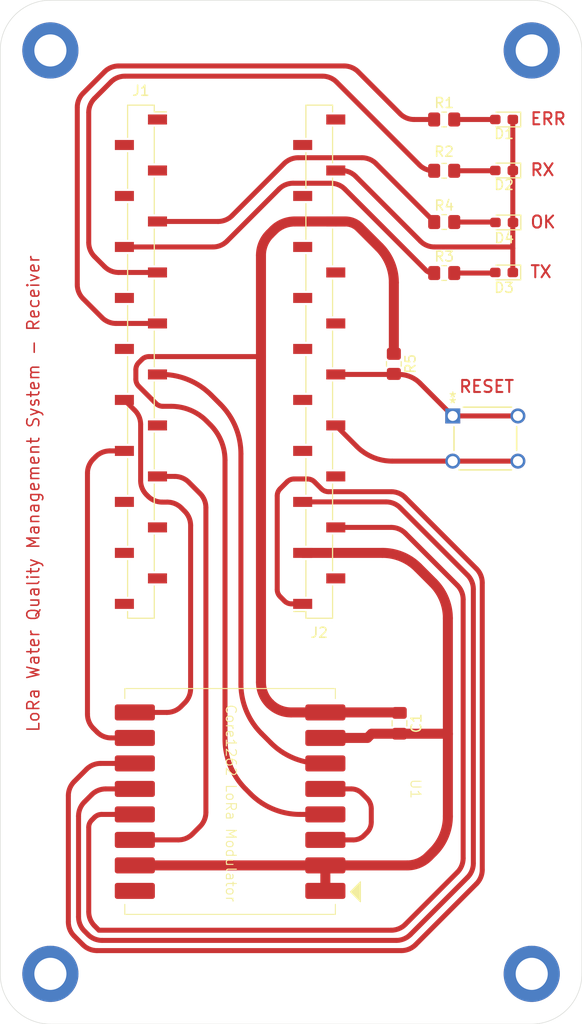
<source format=kicad_pcb>
(kicad_pcb (version 20241229) (generator "pcbnew") (generator_version "9.0")
  (layers (0 "F.Cu" signal) (2 "B.Cu" signal) (13 "F.Paste" user) (15 "B.Paste" user) (5 "F.SilkS" user "F.Silkscreen") (7 "B.SilkS" user "B.Silkscreen") (1 "F.Mask" user) (3 "B.Mask" user) (25 "Edge.Cuts" user))
  (net 0 "")
  (net 1 "+3V3")
  (net 2 "GND")
  (net 3 "Net-(D1-A)")
  (net 4 "Net-(D2-A)")
  (net 5 "Net-(D3-A)")
  (net 6 "Net-(D4-A)")
  (net 10 "/LoRa_IRQ")
  (net 11 "/ERR_LED")
  (net 12 "/RX_LED")
  (net 15 "/LoRa_~{RESET}")
  (net 20 "/STATUS_LED")
  (net 21 "/LoRa_BUSY")
  (net 23 "/TX_LED")
  (net 24 "/LoRa_CS")
  (net 27 "/SPI_SCK_{0}")
  (net 31 "/SPI_MISO_{0}")
  (net 32 "Net-(J2-Pin_10)")
  (net 39 "/SPI_MOSI_{0}")
  (net 41 "Net-(U1-DIO2)")
  (net 45 "GND2")
  (net 46 "GND1")
  (footprint "LED_SMD:LED_0603_1608Metric_Pad1.05x0.95mm_HandSolder" (layer "F.Cu") (at 157.256 66.138 180)
    (property "Reference" "D4" (at 0 -1.553 0) (layer "F.SilkS"))
    (property "Value" "LED")
    (fp_line (start 0.8 -0.735) (end -1.66 -0.735) (stroke (width 0.12)) (layer "F.SilkS"))
    (fp_line (start -1.66 0.735) (end 0.8 0.735) (stroke (width 0.12)) (layer "F.SilkS"))
    (fp_line (start -1.66 -0.735) (end -1.66 0.735) (stroke (width 0.12)) (layer "F.SilkS"))
    (pad "1" smd roundrect (at -0.875 0 180) (size 1.05 0.95) (layers "F.Cu" "F.Mask" "F.Paste") (net 45 "GND2"))
    (pad "2" smd roundrect (at 0.875 0 180) (size 1.05 0.95) (layers "F.Cu" "F.Mask" "F.Paste") (net 6 "Net-(D4-A)"))
  )
  (footprint "MountingHole:MountingHole_3.2mm_M3_DIN965_Pad" (layer "F.Cu") (at 112 49)
    (property "Reference" "REF**" (hide yes))
    (property "Value" "MountingHole_3.2mm_M3_DIN965_Pad" (hide yes))
    (pad "1" thru_hole circle (at 0 0) (size 5.6 5.6) (drill 3.2) (layers "*.Cu" "*.Mask"))
  )
  (footprint "Resistor_SMD:R_0805_2012Metric_Pad1.20x1.40mm_HandSolder" (layer "F.Cu") (at 151.273 71.178)
    (property "Reference" "R3" (at 0 -1.65 0) (layer "F.SilkS"))
    (property "Value" "165R")
    (fp_line (start -0.227064 -0.735) (end 0.227064 -0.735) (stroke (width 0.12)) (layer "F.SilkS"))
    (fp_line (start -0.227064 0.735) (end 0.227064 0.735) (stroke (width 0.12)) (layer "F.SilkS"))
    (pad "1" smd roundrect (at -1 0) (size 1.2 1.4) (layers "F.Cu" "F.Mask" "F.Paste") (roundrect_rratio 0.208333) (net 23 "/TX_LED"))
    (pad "2" smd roundrect (at 1 0) (size 1.2 1.4) (layers "F.Cu" "F.Mask" "F.Paste") (roundrect_rratio 0.208333) (net 5 "Net-(D3-A)"))
  )
  (footprint "LWQMS:SW4_1825910-B_TEC" (layer "F.Cu") (at 158.623 89.916)
    (property "Reference" "SW1" (hide yes))
    (property "Value" "Tactile Pushbutton")
    (fp_line (start -6.3742 -3.417961) (end -6.3742 -1.074702) (stroke (width 0.1524)) (layer "F.SilkS"))
    (fp_line (start -5.86236 0.874199) (end -0.63764 0.874199) (stroke (width 0.1524)) (layer "F.SilkS"))
    (fp_line (start -0.63764 -5.374201) (end -5.442292 -5.374201) (stroke (width 0.1524)) (layer "F.SilkS"))
    (fp_line (start -0.1258 -1.074702) (end -0.1258 -3.425299) (stroke (width 0.1524)) (layer "F.SilkS"))
    (fp_text user "*" (at -6.5 -6.318387 0) (layer "F.SilkS"))
    (fp_text user "*" (at -6.500001 -5.723002 0) (layer "F.SilkS"))
    (pad "1" thru_hole rect (at -6.500001 -4.500001) (size 1.4986 1.4986) (drill 0.9906) (layers "*.Cu" "*.Mask") (net 32 "Net-(J2-Pin_10)"))
    (pad "2" thru_hole circle (at 0 -4.500001) (size 1.4986 1.4986) (drill 0.9906) (layers "*.Cu" "*.Mask") (net 32 "Net-(J2-Pin_10)"))
    (pad "3" thru_hole circle (at -6.500001 0) (size 1.4986 1.4986) (drill 0.9906) (layers "*.Cu" "*.Mask") (net 46 "GND1"))
    (pad "4" thru_hole circle (at 0 0) (size 1.4986 1.4986) (drill 0.9906) (layers "*.Cu" "*.Mask") (net 46 "GND1"))
  )
  (footprint "Connector_PinSocket_2.54mm:PinSocket_1x20_P2.54mm_Vertical_SMD_Pin1Right" (layer "F.Cu") (at 121.03 80.01)
    (property "Reference" "J1" (at 0 -27 0) (layer "F.SilkS"))
    (property "Value" "Conn_01x20")
    (fp_line (start -1.33 -25.56) (end -1.33 -22.35) (stroke (width 0.12)) (layer "F.SilkS"))
    (fp_line (start -1.33 -25.56) (end 1.33 -25.56) (stroke (width 0.12)) (layer "F.SilkS"))
    (fp_line (start -1.33 -20.83) (end -1.33 -17.27) (stroke (width 0.12)) (layer "F.SilkS"))
    (fp_line (start -1.33 -15.75) (end -1.33 -12.19) (stroke (width 0.12)) (layer "F.SilkS"))
    (fp_line (start -1.33 -10.67) (end -1.33 -7.11) (stroke (width 0.12)) (layer "F.SilkS"))
    (fp_line (start -1.33 -5.59) (end -1.33 -2.03) (stroke (width 0.12)) (layer "F.SilkS"))
    (fp_line (start -1.33 -0.51) (end -1.33 3.05) (stroke (width 0.12)) (layer "F.SilkS"))
    (fp_line (start -1.33 4.57) (end -1.33 8.13) (stroke (width 0.12)) (layer "F.SilkS"))
    (fp_line (start -1.33 9.65) (end -1.33 13.21) (stroke (width 0.12)) (layer "F.SilkS"))
    (fp_line (start -1.33 14.73) (end -1.33 18.29) (stroke (width 0.12)) (layer "F.SilkS"))
    (fp_line (start -1.33 19.81) (end -1.33 23.37) (stroke (width 0.12)) (layer "F.SilkS"))
    (fp_line (start -1.33 24.89) (end -1.33 25.56) (stroke (width 0.12)) (layer "F.SilkS"))
    (fp_line (start -1.33 25.56) (end 1.33 25.56) (stroke (width 0.12)) (layer "F.SilkS"))
    (fp_line (start 1.33 -25.56) (end 1.33 -24.89) (stroke (width 0.12)) (layer "F.SilkS"))
    (fp_line (start 1.33 -24.89) (end 2.54 -24.89) (stroke (width 0.12)) (layer "F.SilkS"))
    (fp_line (start 1.33 -23.37) (end 1.33 -19.81) (stroke (width 0.12)) (layer "F.SilkS"))
    (fp_line (start 1.33 -18.29) (end 1.33 -14.73) (stroke (width 0.12)) (layer "F.SilkS"))
    (fp_line (start 1.33 -13.21) (end 1.33 -9.65) (stroke (width 0.12)) (layer "F.SilkS"))
    (fp_line (start 1.33 -8.13) (end 1.33 -4.57) (stroke (width 0.12)) (layer "F.SilkS"))
    (fp_line (start 1.33 -3.05) (end 1.33 0.51) (stroke (width 0.12)) (layer "F.SilkS"))
    (fp_line (start 1.33 2.03) (end 1.33 5.59) (stroke (width 0.12)) (layer "F.SilkS"))
    (fp_line (start 1.33 7.11) (end 1.33 10.67) (stroke (width 0.12)) (layer "F.SilkS"))
    (fp_line (start 1.33 12.19) (end 1.33 15.75) (stroke (width 0.12)) (layer "F.SilkS"))
    (fp_line (start 1.33 17.27) (end 1.33 20.83) (stroke (width 0.12)) (layer "F.SilkS"))
    (fp_line (start 1.33 22.35) (end 1.33 25.56) (stroke (width 0.12)) (layer "F.SilkS"))
    (pad "1" smd rect (at 1.65 -24.13) (size 1.9 1) (layers "F.Cu" "F.Mask" "F.Paste"))
    (pad "2" smd rect (at -1.65 -21.59) (size 1.9 1) (layers "F.Cu" "F.Mask" "F.Paste"))
    (pad "3" smd rect (at 1.65 -19.05) (size 1.9 1) (layers "F.Cu" "F.Mask" "F.Paste"))
    (pad "4" smd rect (at -1.65 -16.51) (size 1.9 1) (layers "F.Cu" "F.Mask" "F.Paste"))
    (pad "5" smd rect (at 1.65 -13.97) (size 1.9 1) (layers "F.Cu" "F.Mask" "F.Paste") (net 20 "/STATUS_LED"))
    (pad "6" smd rect (at -1.65 -11.43) (size 1.9 1) (layers "F.Cu" "F.Mask" "F.Paste") (net 23 "/TX_LED"))
    (pad "7" smd rect (at 1.65 -8.89) (size 1.9 1) (layers "F.Cu" "F.Mask" "F.Paste") (net 12 "/RX_LED"))
    (pad "8" smd rect (at -1.65 -6.35) (size 1.9 1) (layers "F.Cu" "F.Mask" "F.Paste"))
    (pad "9" smd rect (at 1.65 -3.81) (size 1.9 1) (layers "F.Cu" "F.Mask" "F.Paste") (net 11 "/ERR_LED"))
    (pad "10" smd rect (at -1.65 -1.27) (size 1.9 1) (layers "F.Cu" "F.Mask" "F.Paste"))
    (pad "11" smd rect (at 1.65 1.27) (size 1.9 1) (layers "F.Cu" "F.Mask" "F.Paste") (net 10 "/LoRa_IRQ"))
    (pad "12" smd rect (at -1.65 3.81) (size 1.9 1) (layers "F.Cu" "F.Mask" "F.Paste") (net 21 "/LoRa_BUSY"))
    (pad "13" smd rect (at 1.65 6.35) (size 1.9 1) (layers "F.Cu" "F.Mask" "F.Paste"))
    (pad "14" smd rect (at -1.65 8.89) (size 1.9 1) (layers "F.Cu" "F.Mask" "F.Paste") (net 15 "/LoRa_~{RESET}"))
    (pad "15" smd rect (at 1.65 11.43) (size 1.9 1) (layers "F.Cu" "F.Mask" "F.Paste") (net 24 "/LoRa_CS"))
    (pad "16" smd rect (at -1.65 13.97) (size 1.9 1) (layers "F.Cu" "F.Mask" "F.Paste"))
    (pad "17" smd rect (at 1.65 16.51) (size 1.9 1) (layers "F.Cu" "F.Mask" "F.Paste"))
    (pad "18" smd rect (at -1.65 19.05) (size 1.9 1) (layers "F.Cu" "F.Mask" "F.Paste"))
    (pad "19" smd rect (at 1.65 21.59) (size 1.9 1) (layers "F.Cu" "F.Mask" "F.Paste"))
    (pad "20" smd rect (at -1.65 24.13) (size 1.9 1) (layers "F.Cu" "F.Mask" "F.Paste"))
  )
  (footprint "LED_SMD:LED_0603_1608Metric_Pad1.05x0.95mm_HandSolder" (layer "F.Cu") (at 157.24 60.96 180)
    (property "Reference" "D2" (at 0 -1.43 0) (layer "F.SilkS"))
    (property "Value" "LED")
    (fp_line (start 0.8 -0.735) (end -1.66 -0.735) (stroke (width 0.12)) (layer "F.SilkS"))
    (fp_line (start -1.66 0.735) (end 0.8 0.735) (stroke (width 0.12)) (layer "F.SilkS"))
    (fp_line (start -1.66 -0.735) (end -1.66 0.735) (stroke (width 0.12)) (layer "F.SilkS"))
    (pad "1" smd roundrect (at -0.875 0 180) (size 1.05 0.95) (layers "F.Cu" "F.Mask" "F.Paste") (net 45 "GND2"))
    (pad "2" smd roundrect (at 0.875 0 180) (size 1.05 0.95) (layers "F.Cu" "F.Mask" "F.Paste") (net 4 "Net-(D2-A)"))
  )
  (footprint "LED_SMD:LED_0603_1608Metric_Pad1.05x0.95mm_HandSolder" (layer "F.Cu") (at 157.24 71.12 180)
    (property "Reference" "D3" (at 0 -1.524 0) (layer "F.SilkS"))
    (property "Value" "LED")
    (fp_line (start 0.8 -0.735) (end -1.66 -0.735) (stroke (width 0.12)) (layer "F.SilkS"))
    (fp_line (start -1.66 0.735) (end 0.8 0.735) (stroke (width 0.12)) (layer "F.SilkS"))
    (fp_line (start -1.66 -0.735) (end -1.66 0.735) (stroke (width 0.12)) (layer "F.SilkS"))
    (pad "1" smd roundrect (at -0.875 0 180) (size 1.05 0.95) (layers "F.Cu" "F.Mask" "F.Paste") (net 45 "GND2"))
    (pad "2" smd roundrect (at 0.875 0 180) (size 1.05 0.95) (layers "F.Cu" "F.Mask" "F.Paste") (net 5 "Net-(D3-A)"))
  )
  (footprint "MountingHole:MountingHole_3.2mm_M3_DIN965_Pad" (layer "F.Cu") (at 160 141)
    (property "Reference" "REF**" (hide yes))
    (property "Value" "MountingHole_3.2mm_M3_DIN965_Pad" (hide yes))
    (pad "1" thru_hole circle (at 0 0) (size 5.6 5.6) (drill 3.2) (layers "*.Cu" "*.Mask"))
  )
  (footprint "Resistor_SMD:R_0805_2012Metric_Pad1.20x1.40mm_HandSolder" (layer "F.Cu") (at 151.269 55.88)
    (property "Reference" "R1" (at 0 -1.65 0) (layer "F.SilkS"))
    (property "Value" "75R")
    (fp_line (start -0.227064 -0.735) (end 0.227064 -0.735) (stroke (width 0.12)) (layer "F.SilkS"))
    (fp_line (start -0.227064 0.735) (end 0.227064 0.735) (stroke (width 0.12)) (layer "F.SilkS"))
    (pad "1" smd roundrect (at -1 0) (size 1.2 1.4) (layers "F.Cu" "F.Mask" "F.Paste") (roundrect_rratio 0.208333) (net 11 "/ERR_LED"))
    (pad "2" smd roundrect (at 1 0) (size 1.2 1.4) (layers "F.Cu" "F.Mask" "F.Paste") (roundrect_rratio 0.208333) (net 3 "Net-(D1-A)"))
  )
  (footprint "MountingHole:MountingHole_3.2mm_M3_DIN965_Pad" (layer "F.Cu") (at 160 49)
    (property "Reference" "REF**" (hide yes))
    (property "Value" "MountingHole_3.2mm_M3_DIN965_Pad" (hide yes))
    (pad "1" thru_hole circle (at 0 0) (size 5.6 5.6) (drill 3.2) (layers "*.Cu" "*.Mask"))
  )
  (footprint "Connector_PinSocket_2.54mm:PinSocket_1x20_P2.54mm_Vertical_SMD_Pin1Right" (layer "F.Cu") (at 138.81 80.01 180)
    (property "Reference" "J2" (at 0 -27 0) (layer "F.SilkS"))
    (property "Value" "Conn_01x20")
    (fp_line (start 1.33 22.35) (end 1.33 25.56) (stroke (width 0.12)) (layer "F.SilkS"))
    (fp_line (start 1.33 17.27) (end 1.33 20.83) (stroke (width 0.12)) (layer "F.SilkS"))
    (fp_line (start 1.33 12.19) (end 1.33 15.75) (stroke (width 0.12)) (layer "F.SilkS"))
    (fp_line (start 1.33 7.11) (end 1.33 10.67) (stroke (width 0.12)) (layer "F.SilkS"))
    (fp_line (start 1.33 2.03) (end 1.33 5.59) (stroke (width 0.12)) (layer "F.SilkS"))
    (fp_line (start 1.33 -3.05) (end 1.33 0.51) (stroke (width 0.12)) (layer "F.SilkS"))
    (fp_line (start 1.33 -8.13) (end 1.33 -4.57) (stroke (width 0.12)) (layer "F.SilkS"))
    (fp_line (start 1.33 -13.21) (end 1.33 -9.65) (stroke (width 0.12)) (layer "F.SilkS"))
    (fp_line (start 1.33 -18.29) (end 1.33 -14.73) (stroke (width 0.12)) (layer "F.SilkS"))
    (fp_line (start 1.33 -23.37) (end 1.33 -19.81) (stroke (width 0.12)) (layer "F.SilkS"))
    (fp_line (start 1.33 -24.89) (end 2.54 -24.89) (stroke (width 0.12)) (layer "F.SilkS"))
    (fp_line (start 1.33 -25.56) (end 1.33 -24.89) (stroke (width 0.12)) (layer "F.SilkS"))
    (fp_line (start -1.33 25.56) (end 1.33 25.56) (stroke (width 0.12)) (layer "F.SilkS"))
    (fp_line (start -1.33 24.89) (end -1.33 25.56) (stroke (width 0.12)) (layer "F.SilkS"))
    (fp_line (start -1.33 19.81) (end -1.33 23.37) (stroke (width 0.12)) (layer "F.SilkS"))
    (fp_line (start -1.33 14.73) (end -1.33 18.29) (stroke (width 0.12)) (layer "F.SilkS"))
    (fp_line (start -1.33 9.65) (end -1.33 13.21) (stroke (width 0.12)) (layer "F.SilkS"))
    (fp_line (start -1.33 4.57) (end -1.33 8.13) (stroke (width 0.12)) (layer "F.SilkS"))
    (fp_line (start -1.33 -0.51) (end -1.33 3.05) (stroke (width 0.12)) (layer "F.SilkS"))
    (fp_line (start -1.33 -5.59) (end -1.33 -2.03) (stroke (width 0.12)) (layer "F.SilkS"))
    (fp_line (start -1.33 -10.67) (end -1.33 -7.11) (stroke (width 0.12)) (layer "F.SilkS"))
    (fp_line (start -1.33 -15.75) (end -1.33 -12.19) (stroke (width 0.12)) (layer "F.SilkS"))
    (fp_line (start -1.33 -20.83) (end -1.33 -17.27) (stroke (width 0.12)) (layer "F.SilkS"))
    (fp_line (start -1.33 -25.56) (end 1.33 -25.56) (stroke (width 0.12)) (layer "F.SilkS"))
    (fp_line (start -1.33 -25.56) (end -1.33 -22.35) (stroke (width 0.12)) (layer "F.SilkS"))
    (pad "1" smd rect (at 1.65 -24.13 180) (size 1.9 1) (layers "F.Cu" "F.Mask" "F.Paste") (net 31 "/SPI_MISO_{0}"))
    (pad "2" smd rect (at -1.65 -21.59 180) (size 1.9 1) (layers "F.Cu" "F.Mask" "F.Paste"))
    (pad "3" smd rect (at 1.65 -19.05 180) (size 1.9 1) (layers "F.Cu" "F.Mask" "F.Paste") (net 2 "GND"))
    (pad "4" smd rect (at -1.65 -16.51 180) (size 1.9 1) (layers "F.Cu" "F.Mask" "F.Paste") (net 27 "/SPI_SCK_{0}"))
    (pad "5" smd rect (at 1.65 -13.97 180) (size 1.9 1) (layers "F.Cu" "F.Mask" "F.Paste") (net 39 "/SPI_MOSI_{0}"))
    (pad "6" smd rect (at -1.65 -11.43 180) (size 1.9 1) (layers "F.Cu" "F.Mask" "F.Paste"))
    (pad "7" smd rect (at 1.65 -8.89 180) (size 1.9 1) (layers "F.Cu" "F.Mask" "F.Paste"))
    (pad "8" smd rect (at -1.65 -6.35 180) (size 1.9 1) (layers "F.Cu" "F.Mask" "F.Paste") (net 46 "GND1"))
    (pad "9" smd rect (at 1.65 -3.81 180) (size 1.9 1) (layers "F.Cu" "F.Mask" "F.Paste"))
    (pad "10" smd rect (at -1.65 -1.27 180) (size 1.9 1) (layers "F.Cu" "F.Mask" "F.Paste") (net 32 "Net-(J2-Pin_10)"))
    (pad "11" smd rect (at 1.65 1.27 180) (size 1.9 1) (layers "F.Cu" "F.Mask" "F.Paste"))
    (pad "12" smd rect (at -1.65 3.81 180) (size 1.9 1) (layers "F.Cu" "F.Mask" "F.Paste"))
    (pad "13" smd rect (at 1.65 6.35 180) (size 1.9 1) (layers "F.Cu" "F.Mask" "F.Paste"))
    (pad "14" smd rect (at -1.65 8.89 180) (size 1.9 1) (layers "F.Cu" "F.Mask" "F.Paste"))
    (pad "15" smd rect (at 1.65 11.43 180) (size 1.9 1) (layers "F.Cu" "F.Mask" "F.Paste"))
    (pad "16" smd rect (at -1.65 13.97 180) (size 1.9 1) (layers "F.Cu" "F.Mask" "F.Paste") (net 1 "+3V3"))
    (pad "17" smd rect (at 1.65 16.51 180) (size 1.9 1) (layers "F.Cu" "F.Mask" "F.Paste"))
    (pad "18" smd rect (at -1.65 19.05 180) (size 1.9 1) (layers "F.Cu" "F.Mask" "F.Paste") (net 45 "GND2"))
    (pad "19" smd rect (at 1.65 21.59 180) (size 1.9 1) (layers "F.Cu" "F.Mask" "F.Paste"))
    (pad "20" smd rect (at -1.65 24.13 180) (size 1.9 1) (layers "F.Cu" "F.Mask" "F.Paste"))
  )
  (footprint "LED_SMD:LED_0603_1608Metric_Pad1.05x0.95mm_HandSolder" (layer "F.Cu") (at 157.24 55.88 180)
    (property "Reference" "D1" (at 0 -1.43 0) (layer "F.SilkS"))
    (property "Value" "LED")
    (fp_line (start 0.8 -0.735) (end -1.66 -0.735) (stroke (width 0.12)) (layer "F.SilkS"))
    (fp_line (start -1.66 0.735) (end 0.8 0.735) (stroke (width 0.12)) (layer "F.SilkS"))
    (fp_line (start -1.66 -0.735) (end -1.66 0.735) (stroke (width 0.12)) (layer "F.SilkS"))
    (pad "1" smd roundrect (at -0.875 0 180) (size 1.05 0.95) (layers "F.Cu" "F.Mask" "F.Paste") (net 45 "GND2"))
    (pad "2" smd roundrect (at 0.875 0 180) (size 1.05 0.95) (layers "F.Cu" "F.Mask" "F.Paste") (net 3 "Net-(D1-A)"))
  )
  (footprint "LWQMS:Core1262" (layer "F.Cu") (at 120.421 112.555 -90)
    (property "Reference" "U1" (at 10.02 -28 270) (layer "F.SilkS") (effects (font (thickness 0.1))))
    (property "Value" "Core1262 HF")
    (fp_line (start 0.02 1) (end 1.02 1) (stroke (width 0.1)) (layer "F.SilkS"))
    (fp_line (start 0.02 1) (end 0.02 -20) (stroke (width 0.1)) (layer "F.SilkS"))
    (fp_line (start 22.52 1) (end 21.52 1) (stroke (width 0.1)) (layer "F.SilkS"))
    (fp_line (start 22.52 1) (end 22.52 -20) (stroke (width 0.1)) (layer "F.SilkS"))
    (fp_line (start 0.02 -20) (end 1.02 -20) (stroke (width 0.1)) (layer "F.SilkS"))
    (fp_line (start 22.52 -20) (end 21.52 -20) (stroke (width 0.1)) (layer "F.SilkS"))
    (fp_poly (pts (xy 21.27 -22.5) (xy 20.27 -21.5) (xy 19.27 -22.5)) (stroke (width 0.1)) (fill yes) (layer "F.SilkS"))
    (fp_text user "Core1262 LoRa Modulator" (at 1.52 -9 270) (layer "F.SilkS") (effects (font (thickness 0.1)) (justify left bottom)))
    (pad "1" smd roundrect (at 20.18 -19 270) (size 1.6 4) (layers "F.Cu" "F.Mask" "F.Paste") (roundrect_rratio 0.15) (net 2 "GND"))
    (pad "2" smd roundrect (at 17.64 -19 270) (size 1.6 4) (layers "F.Cu" "F.Mask" "F.Paste") (roundrect_rratio 0.15) (net 2 "GND"))
    (pad "3" smd roundrect (at 15.1 -19 270) (size 1.6 4) (layers "F.Cu" "F.Mask" "F.Paste") (roundrect_rratio 0.15) (net 41 "Net-(U1-DIO2)"))
    (pad "4" smd roundrect (at 12.56 -19 270) (size 1.6 4) (layers "F.Cu" "F.Mask" "F.Paste") (roundrect_rratio 0.15) (net 1 "+3V3"))
    (pad "5" smd roundrect (at 10.02 -19 270) (size 1.6 4) (layers "F.Cu" "F.Mask" "F.Paste") (roundrect_rratio 0.15) (net 41 "Net-(U1-DIO2)"))
    (pad "6" smd roundrect (at 7.48 -19 270) (size 1.6 4) (layers "F.Cu" "F.Mask" "F.Paste") (roundrect_rratio 0.15) (net 10 "/LoRa_IRQ"))
    (pad "7" smd roundrect (at 4.94 -19 270) (size 1.6 4) (layers "F.Cu" "F.Mask" "F.Paste") (roundrect_rratio 0.15) (net 2 "GND"))
    (pad "8" smd roundrect (at 2.4 -19 270) (size 1.6 4) (layers "F.Cu" "F.Mask" "F.Paste") (roundrect_rratio 0.15) (net 1 "+3V3"))
    (pad "9" smd roundrect (at 2.4 0 270) (size 1.6 4) (layers "F.Cu" "F.Mask" "F.Paste") (roundrect_rratio 0.15) (net 21 "/LoRa_BUSY"))
    (pad "10" smd roundrect (at 4.94 0 270) (size 1.6 4) (layers "F.Cu" "F.Mask" "F.Paste") (roundrect_rratio 0.15) (net 15 "/LoRa_~{RESET}"))
    (pad "11" smd roundrect (at 7.48 0 270) (size 1.6 4) (layers "F.Cu" "F.Mask" "F.Paste") (roundrect_rratio 0.15) (net 31 "/SPI_MISO_{0}"))
    (pad "12" smd roundrect (at 10.02 0 270) (size 1.6 4) (layers "F.Cu" "F.Mask" "F.Paste") (roundrect_rratio 0.15) (net 39 "/SPI_MOSI_{0}"))
    (pad "13" smd roundrect (at 12.56 0 270) (size 1.6 4) (layers "F.Cu" "F.Mask" "F.Paste") (roundrect_rratio 0.15) (net 27 "/SPI_SCK_{0}"))
    (pad "14" smd roundrect (at 15.1 0 270) (size 1.6 4) (layers "F.Cu" "F.Mask" "F.Paste") (roundrect_rratio 0.15) (net 24 "/LoRa_CS"))
    (pad "15" smd roundrect (at 17.64 0 270) (size 1.6 4) (layers "F.Cu" "F.Mask" "F.Paste") (roundrect_rratio 0.15) (net 2 "GND"))
    (pad "16" smd roundrect (at 20.18 0 270) (size 1.6 4) (layers "F.Cu" "F.Mask" "F.Paste") (roundrect_rratio 0.15))
  )
  (footprint "Capacitor_SMD:C_0805_2012Metric_Pad1.18x1.45mm_HandSolder" (layer "F.Cu") (at 146.812 116.0375 -90)
    (property "Reference" "C1" (at 0 -1.68 90) (layer "F.SilkS"))
    (property "Value" "100n")
    (fp_line (start -0.261252 0.735) (end 0.261252 0.735) (stroke (width 0.12)) (layer "F.SilkS"))
    (fp_line (start -0.261252 -0.735) (end 0.261252 -0.735) (stroke (width 0.12)) (layer "F.SilkS"))
    (pad "1" smd roundrect (at -1.0375 0 270) (size 1.175 1.45) (layers "F.Cu" "F.Mask" "F.Paste") (roundrect_rratio 0.212766) (net 1 "+3V3"))
    (pad "2" smd roundrect (at 1.0375 0 270) (size 1.175 1.45) (layers "F.Cu" "F.Mask" "F.Paste") (roundrect_rratio 0.212766) (net 2 "GND"))
  )
  (footprint "Resistor_SMD:R_0805_2012Metric_Pad1.20x1.40mm_HandSolder" (layer "F.Cu") (at 151.273 66.098)
    (property "Reference" "R4" (at 0 -1.65 0) (layer "F.SilkS"))
    (property "Value" "165R")
    (fp_line (start -0.227064 -0.735) (end 0.227064 -0.735) (stroke (width 0.12)) (layer "F.SilkS"))
    (fp_line (start -0.227064 0.735) (end 0.227064 0.735) (stroke (width 0.12)) (layer "F.SilkS"))
    (pad "1" smd roundrect (at -1 0) (size 1.2 1.4) (layers "F.Cu" "F.Mask" "F.Paste") (roundrect_rratio 0.208333) (net 20 "/STATUS_LED"))
    (pad "2" smd roundrect (at 1 0) (size 1.2 1.4) (layers "F.Cu" "F.Mask" "F.Paste") (roundrect_rratio 0.208333) (net 6 "Net-(D4-A)"))
  )
  (footprint "Resistor_SMD:R_0805_2012Metric_Pad1.20x1.40mm_HandSolder" (layer "F.Cu") (at 151.269 60.989)
    (property "Reference" "R2" (at -0.012 -1.905 0) (layer "F.SilkS"))
    (property "Value" "165R")
    (fp_line (start -0.227064 -0.735) (end 0.227064 -0.735) (stroke (width 0.12)) (layer "F.SilkS"))
    (fp_line (start -0.227064 0.735) (end 0.227064 0.735) (stroke (width 0.12)) (layer "F.SilkS"))
    (pad "1" smd roundrect (at -1 0) (size 1.2 1.4) (layers "F.Cu" "F.Mask" "F.Paste") (roundrect_rratio 0.208333) (net 12 "/RX_LED"))
    (pad "2" smd roundrect (at 1 0) (size 1.2 1.4) (layers "F.Cu" "F.Mask" "F.Paste") (roundrect_rratio 0.208333) (net 4 "Net-(D2-A)"))
  )
  (footprint "Resistor_SMD:R_0805_2012Metric_Pad1.20x1.40mm_HandSolder" (layer "F.Cu") (at 146.251001 80.227001 -90)
    (property "Reference" "R5" (at 0 -1.65 90) (layer "F.SilkS"))
    (property "Value" "10k")
    (fp_line (start -0.227064 0.735) (end 0.227064 0.735) (stroke (width 0.12)) (layer "F.SilkS"))
    (fp_line (start -0.227064 -0.735) (end 0.227064 -0.735) (stroke (width 0.12)) (layer "F.SilkS"))
    (pad "1" smd roundrect (at -1 0 270) (size 1.2 1.4) (layers "F.Cu" "F.Mask" "F.Paste") (roundrect_rratio 0.208333) (net 1 "+3V3"))
    (pad "2" smd roundrect (at 1 0 270) (size 1.2 1.4) (layers "F.Cu" "F.Mask" "F.Paste") (roundrect_rratio 0.208333) (net 32 "Net-(J2-Pin_10)"))
  )
  (footprint "MountingHole:MountingHole_3.2mm_M3_DIN965_Pad" (layer "F.Cu") (at 112 141)
    (property "Reference" "REF**" (hide yes))
    (property "Value" "MountingHole_3.2mm_M3_DIN965_Pad" (hide yes))
    (pad "1" thru_hole circle (at 0 0) (size 5.6 5.6) (drill 3.2) (layers "*.Cu" "*.Mask"))
  )
  (gr_arc (start 112 146) (mid 108.464466 144.535534) (end 107 141) (stroke (width 0.05)) (layer "Edge.Cuts"))
  (gr_line (start 160 146) (end 112 146) (stroke (width 0.05)) (layer "Edge.Cuts"))
  (gr_line (start 165 49) (end 165 141) (stroke (width 0.05)) (layer "Edge.Cuts"))
  (gr_line (start 112 44) (end 160 44) (stroke (width 0.05)) (layer "Edge.Cuts"))
  (gr_arc (start 160 44) (mid 163.535534 45.464466) (end 165 49) (stroke (width 0.05)) (layer "Edge.Cuts"))
  (gr_line (start 107 141) (end 107 49) (stroke (width 0.05)) (layer "Edge.Cuts"))
  (gr_arc (start 107 49) (mid 108.464466 45.464466) (end 112 44) (stroke (width 0.05)) (layer "Edge.Cuts"))
  (gr_arc (start 165 141) (mid 163.535534 144.535534) (end 160 146) (stroke (width 0.05)) (layer "Edge.Cuts"))
  (gr_text "RX" (at 159.766 61.595 0) (layer "F.Cu") (effects (font (size 1.2 1.2) (thickness 0.2) (bold yes)) (justify left bottom)))
  (gr_text "ERR" (at 159.766 56.515 0) (layer "F.Cu") (effects (font (size 1.2 1.2) (thickness 0.2) (bold yes)) (justify left bottom)))
  (gr_text "TX" (at 159.766 71.755 0) (layer "F.Cu") (effects (font (size 1.2 1.2) (thickness 0.2) (bold yes)) (justify left bottom)))
  (gr_text "RESET" (at 152.654 83.185 0) (layer "F.Cu") (effects (font (size 1.2 1.2) (thickness 0.2) (bold yes)) (justify left bottom)))
  (gr_text "OK" (at 159.766 66.802 0) (layer "F.Cu") (effects (font (size 1.2 1.2) (thickness 0.2) (bold yes)) (justify left bottom)))
  (gr_text "LoRa Water Quality Management System - Receiver" (at 111 117 90) (layer "F.Cu") (effects (font (size 1.2 1.2)) (justify left bottom)))
  (segment (start 131.954747 123.064747) (end 131.463252 122.573252) (width 0.5) (layer "F.Cu") (net 1))
  (segment (start 136.370641 66.04) (end 140.46 66.04) (width 1) (layer "F.Cu") (net 1))
  (segment (start 133 111.945359) (end 133 79.502) (width 1) (layer "F.Cu") (net 1))
  (segment (start 139.421 114.955) (end 136.009641 114.955) (width 1) (layer "F.Cu") (net 1))
  (segment (start 133.88832 114.07632) (end 133.878679 114.066679) (width 1) (layer "F.Cu") (net 1))
  (segment (start 127.948534 86.292534) (end 127.575466 85.919466) (width 0.5) (layer "F.Cu") (net 1))
  (segment (start 124.039932 84.455) (end 123.223214 84.455) (width 0.5) (layer "F.Cu") (net 1))
  (segment (start 120.523 81.754786) (end 120.523 80.805214) (width 0.5) (layer "F.Cu") (net 1))
  (segment (start 144.786535 68.586535) (end 142.825786 66.625786) (width 1) (layer "F.Cu") (net 1))
  (segment (start 133 79.502) (end 133 69.410641) (width 1) (layer "F.Cu") (net 1))
  (segment (start 146.767 114.955) (end 146.812 115) (width 1) (layer "F.Cu") (net 1))
  (segment (start 121.826214 79.502) (end 133 79.502) (width 0.5) (layer "F.Cu") (net 1))
  (segment (start 122.516107 84.162107) (end 120.815893 82.461893) (width 0.5) (layer "F.Cu") (net 1))
  (segment (start 133.87868 67.28932) (end 134.249321 66.918679) (width 1) (layer "F.Cu") (net 1))
  (segment (start 129.413 117.623505) (end 129.413 89.828068) (width 0.5) (layer "F.Cu") (net 1))
  (segment (start 146.251001 79.227001) (end 146.251001 72.122069) (width 1) (layer "F.Cu") (net 1))
  (segment (start 120.815893 80.098107) (end 121.119107 79.794893) (width 0.5) (layer "F.Cu") (net 1))
  (segment (start 139.421 114.955) (end 146.767 114.955) (width 1) (layer "F.Cu") (net 1))
  (segment (start 139.421 125.115) (end 136.904495 125.115) (width 0.5) (layer "F.Cu") (net 1))
  (segment (start 141.411573 66.04) (end 140.46 66.04) (width 1) (layer "F.Cu") (net 1))
  (arc (start 120.523 80.805214) (mid 120.59912 80.422531) (end 120.815893 80.098107) (width 0.5) (layer "F.Cu") (net 1))
  (arc (start 136.904495 125.115) (mid 134.225711 124.582157) (end 131.954747 123.064747) (width 0.5) (layer "F.Cu") (net 1))
  (arc (start 129.413 89.828068) (mid 129.032398 87.914651) (end 127.948534 86.292534) (width 0.5) (layer "F.Cu") (net 1))
  (arc (start 133.88832 114.07632) (mid 134.86159 114.726639) (end 136.009641 114.955) (width 1) (layer "F.Cu") (net 1))
  (arc (start 120.815893 82.461893) (mid 120.59912 82.13747) (end 120.523 81.754786) (width 0.5) (layer "F.Cu") (net 1))
  (arc (start 146.251001 72.122069) (mid 145.870399 70.208652) (end 144.786535 68.586535) (width 1) (layer "F.Cu") (net 1))
  (arc (start 133 111.945359) (mid 133.228361 113.093409) (end 133.878679 114.066679) (width 1) (layer "F.Cu") (net 1))
  (arc (start 133 69.410641) (mid 133.228362 68.26259) (end 133.87868 67.28932) (width 1) (layer "F.Cu") (net 1))
  (arc (start 124.039932 84.455) (mid 125.953349 84.835602) (end 127.575466 85.919466) (width 0.5) (layer "F.Cu") (net 1))
  (arc (start 131.463252 122.573252) (mid 129.945843 120.302289) (end 129.413 117.623505) (width 0.5) (layer "F.Cu") (net 1))
  (arc (start 123.223214 84.455) (mid 122.840531 84.37888) (end 122.516107 84.162107) (width 0.5) (layer "F.Cu") (net 1))
  (arc (start 141.411573 66.04) (mid 142.17694 66.192241) (end 142.825786 66.625786) (width 1) (layer "F.Cu") (net 1))
  (arc (start 121.119107 79.794893) (mid 121.443531 79.57812) (end 121.826214 79.502) (width 0.5) (layer "F.Cu") (net 1))
  (arc (start 136.370641 66.04) (mid 135.222591 66.268361) (end 134.249321 66.918679) (width 1) (layer "F.Cu") (net 1))
  (segment (start 145.121932 99.06) (end 137.16 99.06) (width 1) (layer "F.Cu") (net 2))
  (segment (start 139.421 130.195) (end 147.581359 130.195) (width 1) (layer "F.Cu") (net 2))
  (segment (start 151.619 117.075) (end 151.638 117.094) (width 1) (layer "F.Cu") (net 2))
  (segment (start 139.421 130.195) (end 139.421 132.735) (width 1) (layer "F.Cu") (net 2))
  (segment (start 150.173534 102.040534) (end 148.657466 100.524466) (width 1) (layer "F.Cu") (net 2))
  (segment (start 149.70268 129.31632) (end 150.173534 128.845466) (width 1) (layer "F.Cu") (net 2))
  (segment (start 144.037 117.075) (end 143.617 117.495) (width 1) (layer "F.Cu") (net 2))
  (segment (start 146.812 117.075) (end 151.619 117.075) (width 1) (layer "F.Cu") (net 2))
  (segment (start 139.421 130.195) (end 120.421 130.195) (width 1) (layer "F.Cu") (net 2))
  (segment (start 151.638 117.094) (end 151.638 105.576068) (width 1) (layer "F.Cu") (net 2))
  (segment (start 146.812 117.075) (end 144.037 117.075) (width 1) (layer "F.Cu") (net 2))
  (segment (start 151.638 125.309932) (end 151.638 117.094) (width 1) (layer "F.Cu") (net 2))
  (segment (start 143.617 117.495) (end 139.421 117.495) (width 1) (layer "F.Cu") (net 2))
  (arc (start 150.173534 102.040534) (mid 151.257398 103.662651) (end 151.638 105.576068) (width 1) (layer "F.Cu") (net 2))
  (arc (start 148.657466 100.524466) (mid 147.035349 99.440602) (end 145.121932 99.06) (width 1) (layer "F.Cu") (net 2))
  (arc (start 151.638 125.309932) (mid 151.257398 127.223349) (end 150.173534 128.845466) (width 1) (layer "F.Cu") (net 2))
  (arc (start 147.581359 130.195) (mid 148.72941 129.966638) (end 149.70268 129.31632) (width 1) (layer "F.Cu") (net 2))
  (segment (start 152.269 55.88) (end 156.365 55.88) (width 0.5) (layer "F.Cu") (net 3))
  (segment (start 152.269 60.989) (end 156.336 60.989) (width 0.5) (layer "F.Cu") (net 4))
  (segment (start 156.336 60.989) (end 156.365 60.96) (width 0.5) (layer "F.Cu") (net 4))
  (segment (start 156.438 71.178) (end 156.496 71.12) (width 0.5) (layer "F.Cu") (net 5))
  (segment (start 156.307 71.178) (end 156.365 71.12) (width 0.5) (layer "F.Cu") (net 5))
  (segment (start 152.273 71.178) (end 156.307 71.178) (width 0.5) (layer "F.Cu") (net 5))
  (segment (start 156.456 66.098) (end 156.496 66.138) (width 0.5) (layer "F.Cu") (net 6))
  (segment (start 152.273 66.098) (end 156.341 66.098) (width 0.5) (layer "F.Cu") (net 6))
  (segment (start 156.341 66.098) (end 156.381 66.138) (width 0.5) (layer "F.Cu") (net 6))
  (segment (start 139.421 120.035) (end 138.934495 120.035) (width 0.5) (layer "F.Cu") (net 10))
  (segment (start 128.949747 84.245747) (end 128.034252 83.330252) (width 0.5) (layer "F.Cu") (net 10))
  (segment (start 131 112.100505) (end 131 89.195495) (width 0.5) (layer "F.Cu") (net 10))
  (segment (start 123.084505 81.28) (end 122.68 81.28) (width 0.5) (layer "F.Cu") (net 10))
  (segment (start 133.984747 117.984747) (end 133.050252 117.050252) (width 0.5) (layer "F.Cu") (net 10))
  (arc (start 131 112.100505) (mid 131.532843 114.779289) (end 133.050252 117.050252) (width 0.5) (layer "F.Cu") (net 10))
  (arc (start 138.934495 120.035) (mid 136.255711 119.502157) (end 133.984747 117.984747) (width 0.5) (layer "F.Cu") (net 10))
  (arc (start 131 89.195495) (mid 130.467157 86.516711) (end 128.949747 84.245747) (width 0.5) (layer "F.Cu") (net 10))
  (arc (start 128.034252 83.330252) (mid 125.763289 81.812843) (end 123.084505 81.28) (width 0.5) (layer "F.Cu") (net 10))
  (segment (start 122.68 76.2) (end 118.557427 76.2) (width 0.5) (layer "F.Cu") (net 11))
  (segment (start 117.143213 75.614213) (end 115.266786 73.737786) (width 0.5) (layer "F.Cu") (net 11))
  (segment (start 118.811427 50.546) (end 141.284573 50.546) (width 0.5) (layer "F.Cu") (net 11))
  (segment (start 115.266787 53.262213) (end 117.397214 51.131786) (width 0.5) (layer "F.Cu") (net 11))
  (segment (start 148.275427 55.88) (end 150.269 55.88) (width 0.5) (layer "F.Cu") (net 11))
  (segment (start 114.681 72.323573) (end 114.681 54.676427) (width 0.5) (layer "F.Cu") (net 11))
  (segment (start 142.698787 51.131787) (end 146.861214 55.294214) (width 0.5) (layer "F.Cu") (net 11))
  (arc (start 118.811427 50.546) (mid 118.04606 50.698241) (end 117.397214 51.131786) (width 0.5) (layer "F.Cu") (net 11))
  (arc (start 118.557427 76.2) (mid 117.79206 76.047759) (end 117.143213 75.614213) (width 0.5) (layer "F.Cu") (net 11))
  (arc (start 148.275427 55.88) (mid 147.51006 55.727759) (end 146.861214 55.294214) (width 0.5) (layer "F.Cu") (net 11))
  (arc (start 141.284573 50.546) (mid 142.04994 50.698241) (end 142.698787 51.131787) (width 0.5) (layer "F.Cu") (net 11))
  (arc (start 115.266787 53.262213) (mid 114.833241 53.91106) (end 114.681 54.676427) (width 0.5) (layer "F.Cu") (net 11))
  (arc (start 114.681 72.323573) (mid 114.833241 73.08894) (end 115.266786 73.737786) (width 0.5) (layer "F.Cu") (net 11))
  (segment (start 140.539787 52.147787) (end 148.795214 60.403214) (width 0.5) (layer "F.Cu") (net 12))
  (segment (start 116.409787 53.770213) (end 118.032214 52.147786) (width 0.5) (layer "F.Cu") (net 12))
  (segment (start 122.68 71.12) (end 118.811427 71.12) (width 0.5) (layer "F.Cu") (net 12))
  (segment (start 150.209427 60.989) (end 150.269 60.989) (width 0.5) (layer "F.Cu") (net 12))
  (segment (start 115.824 68.132573) (end 115.824 55.184427) (width 0.5) (layer "F.Cu") (net 12))
  (segment (start 117.397213 70.534213) (end 116.409786 69.546786) (width 0.5) (layer "F.Cu") (net 12))
  (segment (start 119.446427 51.562) (end 139.125573 51.562) (width 0.5) (layer "F.Cu") (net 12))
  (arc (start 150.209427 60.989) (mid 149.44406 60.836759) (end 148.795214 60.403214) (width 0.5) (layer "F.Cu") (net 12))
  (arc (start 140.539787 52.147787) (mid 139.89094 51.714241) (end 139.125573 51.562) (width 0.5) (layer "F.Cu") (net 12))
  (arc (start 118.811427 71.12) (mid 118.04606 70.967759) (end 117.397213 70.534213) (width 0.5) (layer "F.Cu") (net 12))
  (arc (start 116.409787 53.770213) (mid 115.976241 54.41906) (end 115.824 55.184427) (width 0.5) (layer "F.Cu") (net 12))
  (arc (start 115.824 68.132573) (mid 115.976241 68.89794) (end 116.409786 69.546786) (width 0.5) (layer "F.Cu") (net 12))
  (arc (start 119.446427 51.562) (mid 118.68106 51.714241) (end 118.032214 52.147786) (width 0.5) (layer "F.Cu") (net 12))
  (segment (start 116.282787 89.711213) (end 116.508214 89.485786) (width 0.5) (layer "F.Cu") (net 15))
  (segment (start 116.655213 116.909213) (end 116.282786 116.536786) (width 0.5) (layer "F.Cu") (net 15))
  (segment (start 115.697 115.122573) (end 115.697 91.125427) (width 0.5) (layer "F.Cu") (net 15))
  (segment (start 117.922427 88.9) (end 119.38 88.9) (width 0.5) (layer "F.Cu") (net 15))
  (segment (start 120.421 117.495) (end 118.069427 117.495) (width 0.5) (layer "F.Cu") (net 15))
  (arc (start 116.282786 116.536786) (mid 115.849241 115.88794) (end 115.697 115.122573) (width 0.5) (layer "F.Cu") (net 15))
  (arc (start 116.282787 89.711213) (mid 115.849241 90.36006) (end 115.697 91.125427) (width 0.5) (layer "F.Cu") (net 15))
  (arc (start 117.922427 88.9) (mid 117.15706 89.052241) (end 116.508214 89.485786) (width 0.5) (layer "F.Cu") (net 15))
  (arc (start 116.655213 116.909213) (mid 117.30406 117.342759) (end 118.069427 117.495) (width 0.5) (layer "F.Cu") (net 15))
  (segment (start 122.68 66.04) (end 128.711573 66.04) (width 0.5) (layer "F.Cu") (net 20))
  (segment (start 130.125787 65.454213) (end 135.304214 60.275786) (width 0.5) (layer "F.Cu") (net 20))
  (segment (start 150.273 66.072) (end 150.273 66.098) (width 0.5) (layer "F.Cu") (net 20))
  (segment (start 144.476787 60.275787) (end 150.273 66.072) (width 0.5) (layer "F.Cu") (net 20))
  (segment (start 136.718427 59.69) (end 143.062573 59.69) (width 0.5) (layer "F.Cu") (net 20))
  (arc (start 143.062573 59.69) (mid 143.82794 59.842241) (end 144.476787 60.275787) (width 0.5) (layer "F.Cu") (net 20))
  (arc (start 130.125787 65.454213) (mid 129.47694 65.887759) (end 128.711573 66.04) (width 0.5) (layer "F.Cu") (net 20))
  (arc (start 136.718427 59.69) (mid 135.95306 59.842241) (end 135.304214 60.275786) (width 0.5) (layer "F.Cu") (net 20))
  (segment (start 121.735213 93.414213) (end 121.585786 93.264786) (width 0.5) (layer "F.Cu") (net 21))
  (segment (start 123.651573 94) (end 123.149427 94) (width 0.5) (layer "F.Cu") (net 21))
  (segment (start 125.025787 114.369213) (end 125.398214 113.996786) (width 0.5) (layer "F.Cu") (net 21))
  (segment (start 125.984 112.582573) (end 125.984 96.332427) (width 0.5) (layer "F.Cu") (net 21))
  (segment (start 120.421 114.955) (end 123.611573 114.955) (width 0.5) (layer "F.Cu") (net 21))
  (segment (start 125.398213 94.918213) (end 125.065786 94.585786) (width 0.5) (layer "F.Cu") (net 21))
  (segment (start 120.414213 84.854213) (end 119.38 83.82) (width 0.5) (layer "F.Cu") (net 21))
  (segment (start 121 91.850573) (end 121 86.268427) (width 0.5) (layer "F.Cu") (net 21))
  (arc (start 120.414213 84.854213) (mid 120.847759 85.50306) (end 121 86.268427) (width 0.5) (layer "F.Cu") (net 21))
  (arc (start 125.065786 94.585786) (mid 124.41694 94.152241) (end 123.651573 94) (width 0.5) (layer "F.Cu") (net 21))
  (arc (start 121.735213 93.414213) (mid 122.38406 93.847759) (end 123.149427 94) (width 0.5) (layer "F.Cu") (net 21))
  (arc (start 121.585786 93.264786) (mid 121.152241 92.61594) (end 121 91.850573) (width 0.5) (layer "F.Cu") (net 21))
  (arc (start 125.025787 114.369213) (mid 124.37694 114.802759) (end 123.611573 114.955) (width 0.5) (layer "F.Cu") (net 21))
  (arc (start 125.984 96.332427) (mid 125.831759 95.56706) (end 125.398213 94.918213) (width 0.5) (layer "F.Cu") (net 21))
  (arc (start 125.398214 113.996786) (mid 125.831759 113.34794) (end 125.984 112.582573) (width 0.5) (layer "F.Cu") (net 21))
  (segment (start 129.617787 67.994213) (end 134.796214 62.815786) (width 0.5) (layer "F.Cu") (net 23))
  (segment (start 119.38 68.58) (end 128.203573 68.58) (width 0.5) (layer "F.Cu") (net 23))
  (segment (start 150.141714 71.178) (end 150.273 71.178) (width 0.5) (layer "F.Cu") (net 23))
  (segment (start 141.365287 62.815787) (end 149.434607 70.885107) (width 0.5) (layer "F.Cu") (net 23))
  (segment (start 136.210427 62.23) (end 139.951073 62.23) (width 0.5) (layer "F.Cu") (net 23))
  (arc (start 139.951073 62.23) (mid 140.71644 62.382241) (end 141.365287 62.815787) (width 0.5) (layer "F.Cu") (net 23))
  (arc (start 136.210427 62.23) (mid 135.44506 62.382241) (end 134.796214 62.815786) (width 0.5) (layer "F.Cu") (net 23))
  (arc (start 129.617787 67.994213) (mid 128.96894 68.427759) (end 128.203573 68.58) (width 0.5) (layer "F.Cu") (net 23))
  (arc (start 150.141714 71.178) (mid 149.759031 71.10188) (end 149.434607 70.885107) (width 0.5) (layer "F.Cu") (net 23))
  (segment (start 127.508 124.901573) (end 127.508 94.554427) (width 0.5) (layer "F.Cu") (net 24))
  (segment (start 124.393573 91.44) (end 122.68 91.44) (width 0.5) (layer "F.Cu") (net 24))
  (segment (start 126.168787 127.069213) (end 126.922214 126.315786) (width 0.5) (layer "F.Cu") (net 24))
  (segment (start 126.922213 93.140213) (end 125.807786 92.025786) (width 0.5) (layer "F.Cu") (net 24))
  (segment (start 120.421 127.655) (end 124.754573 127.655) (width 0.5) (layer "F.Cu") (net 24))
  (arc (start 126.922214 126.315786) (mid 127.355759 125.66694) (end 127.508 124.901573) (width 0.5) (layer "F.Cu") (net 24))
  (arc (start 126.168787 127.069213) (mid 125.51994 127.502759) (end 124.754573 127.655) (width 0.5) (layer "F.Cu") (net 24))
  (arc (start 126.922213 93.140213) (mid 127.355759 93.78906) (end 127.508 94.554427) (width 0.5) (layer "F.Cu") (net 24))
  (arc (start 125.807786 92.025786) (mid 125.15894 91.592241) (end 124.393573 91.44) (width 0.5) (layer "F.Cu") (net 24))
  (segment (start 115.824 134.807573) (end 115.824 126.398214) (width 0.5) (layer "F.Cu") (net 27))
  (segment (start 116.116893 125.691107) (end 116.400107 125.407893) (width 0.5) (layer "F.Cu") (net 27))
  (segment (start 116.84 136.652) (end 116.409787 136.221787) (width 0.5) (layer "F.Cu") (net 27))
  (segment (start 145.983573 136.652) (end 116.84 136.652) (width 0.5) (layer "F.Cu") (net 27))
  (segment (start 140.46 96.52) (end 145.983573 96.52) (width 0.5) (layer "F.Cu") (net 27))
  (segment (start 147.397786 97.105786) (end 152.576213 102.284213) (width 0.5) (layer "F.Cu") (net 27))
  (segment (start 117.107214 125.115) (end 120.421 125.115) (width 0.5) (layer "F.Cu") (net 27))
  (segment (start 153.162 103.698427) (end 153.162 129.473573) (width 0.5) (layer "F.Cu") (net 27))
  (segment (start 152.576214 130.887786) (end 147.397787 136.066213) (width 0.5) (layer "F.Cu") (net 27))
  (arc (start 145.983573 96.52) (mid 146.74894 96.672241) (end 147.397786 97.105786) (width 0.5) (layer "F.Cu") (net 27))
  (arc (start 115.824 126.398214) (mid 115.90012 126.015531) (end 116.116893 125.691107) (width 0.5) (layer "F.Cu") (net 27))
  (arc (start 152.576213 102.284213) (mid 153.009759 102.93306) (end 153.162 103.698427) (width 0.5) (layer "F.Cu") (net 27))
  (arc (start 153.162 129.473573) (mid 153.009759 130.23894) (end 152.576214 130.887786) (width 0.5) (layer "F.Cu") (net 27))
  (arc (start 116.409787 136.221787) (mid 115.976241 135.57294) (end 115.824 134.807573) (width 0.5) (layer "F.Cu") (net 27))
  (arc (start 117.107214 125.115) (mid 116.724531 125.19112) (end 116.400107 125.407893) (width 0.5) (layer "F.Cu") (net 27))
  (arc (start 147.397787 136.066213) (mid 146.74894 136.499759) (end 145.983573 136.652) (width 0.5) (layer "F.Cu") (net 27))
  (segment (start 154.481213 100.633213) (end 147.397786 93.549786) (width 0.5) (layer "F.Cu") (net 31))
  (segment (start 137.634786 91.694) (end 136.304214 91.694) (width 0.5) (layer "F.Cu") (net 31))
  (segment (start 137.16 104.14) (end 136.050214 104.14) (width 0.5) (layer "F.Cu") (net 31))
  (segment (start 134.62 93.378214) (end 134.62 102.709786) (width 0.5) (layer "F.Cu") (net 31))
  (segment (start 120.421 120.035) (end 117.013427 120.035) (width 0.5) (layer "F.Cu") (net 31))
  (segment (start 139.026107 92.671107) (end 138.341893 91.986893) (width 0.5) (layer "F.Cu") (net 31))
  (segment (start 114.377787 137.237787) (end 115.238214 138.098214) (width 0.5) (layer "F.Cu") (net 31))
  (segment (start 135.597107 91.986893) (end 134.912893 92.671107) (width 0.5) (layer "F.Cu") (net 31))
  (segment (start 135.343107 103.847107) (end 134.912893 103.416893) (width 0.5) (layer "F.Cu") (net 31))
  (segment (start 113.792 123.256427) (end 113.792 135.823573) (width 0.5) (layer "F.Cu") (net 31))
  (segment (start 148.413787 138.098213) (end 154.481214 132.030786) (width 0.5) (layer "F.Cu") (net 31))
  (segment (start 155.067 130.616573) (end 155.067 102.047427) (width 0.5) (layer "F.Cu") (net 31))
  (segment (start 115.599213 120.620787) (end 114.377786 121.842214) (width 0.5) (layer "F.Cu") (net 31))
  (segment (start 145.983573 92.964) (end 139.733214 92.964) (width 0.5) (layer "F.Cu") (net 31))
  (segment (start 116.652427 138.684) (end 146.999573 138.684) (width 0.5) (layer "F.Cu") (net 31))
  (arc (start 154.481214 132.030786) (mid 154.914759 131.38194) (end 155.067 130.616573) (width 0.5) (layer "F.Cu") (net 31))
  (arc (start 114.377786 121.842214) (mid 113.944241 122.49106) (end 113.792 123.256427) (width 0.5) (layer "F.Cu") (net 31))
  (arc (start 113.792 135.823573) (mid 113.944241 136.58894) (end 114.377787 137.237787) (width 0.5) (layer "F.Cu") (net 31))
  (arc (start 139.026107 92.671107) (mid 139.35053 92.88788) (end 139.733214 92.964) (width 0.5) (layer "F.Cu") (net 31))
  (arc (start 115.238214 138.098214) (mid 115.88706 138.531759) (end 116.652427 138.684) (width 0.5) (layer "F.Cu") (net 31))
  (arc (start 147.397786 93.549786) (mid 146.74894 93.116241) (end 145.983573 92.964) (width 0.5) (layer "F.Cu") (net 31))
  (arc (start 137.634786 91.694) (mid 138.017469 91.77012) (end 138.341893 91.986893) (width 0.5) (layer "F.Cu") (net 31))
  (arc (start 117.013427 120.035) (mid 116.24806 120.187241) (end 115.599213 120.620787) (width 0.5) (layer "F.Cu") (net 31))
  (arc (start 135.597107 91.986893) (mid 135.92153 91.77012) (end 136.304214 91.694) (width 0.5) (layer "F.Cu") (net 31))
  (arc (start 134.62 102.709786) (mid 134.69612 103.092469) (end 134.912893 103.416893) (width 0.5) (layer "F.Cu") (net 31))
  (arc (start 136.050214 104.14) (mid 135.667531 104.06388) (end 135.343107 103.847107) (width 0.5) (layer "F.Cu") (net 31))
  (arc (start 155.067 102.047427) (mid 154.914759 101.28206) (end 154.481213 100.633213) (width 0.5) (layer "F.Cu") (net 31))
  (arc (start 134.912893 92.671107) (mid 134.69612 92.99553) (end 134.62 93.378214) (width 0.5) (layer "F.Cu") (net 31))
  (arc (start 146.999573 138.684) (mid 147.76494 138.531759) (end 148.413787 138.098213) (width 0.5) (layer "F.Cu") (net 31))
  (segment (start 146.304 81.28) (end 146.251001 81.227001) (width 0.5) (layer "F.Cu") (net 32))
  (segment (start 152.122999 85.415999) (end 148.865679 82.158679) (width 0.5) (layer "F.Cu") (net 32))
  (segment (start 140.46 81.28) (end 146.198002 81.28) (width 0.5) (layer "F.Cu") (net 32))
  (segment (start 158.623 85.415999) (end 152.122999 85.415999) (width 0.5) (layer "F.Cu") (net 32))
  (segment (start 146.198002 81.28) (end 146.251001 81.227001) (width 0.5) (layer "F.Cu") (net 32))
  (segment (start 146.744359 81.28) (end 146.304 81.28) (width 0.5) (layer "F.Cu") (net 32))
  (arc (start 146.744359 81.28) (mid 147.892409 81.508361) (end 148.865679 82.158679) (width 0.5) (layer "F.Cu") (net 32))
  (segment (start 114.808 135.315573) (end 114.808 125.288428) (width 0.5) (layer "F.Cu") (net 39))
  (segment (start 115.746213 137.082213) (end 115.393786 136.729786) (width 0.5) (layer "F.Cu") (net 39))
  (segment (start 153.592213 131.395787) (end 147.905786 137.082214) (width 0.5) (layer "F.Cu") (net 39))
  (segment (start 115.393787 123.874214) (end 116.107215 123.160786) (width 0.5) (layer "F.Cu") (net 39))
  (segment (start 117.521428 122.575) (end 120.421 122.575) (width 0.5) (layer "F.Cu") (net 39))
  (segment (start 146.889787 94.565787) (end 153.592214 101.268214) (width 0.5) (layer "F.Cu") (net 39))
  (segment (start 154.178 102.682427) (end 154.178 129.981573) (width 0.5) (layer "F.Cu") (net 39))
  (segment (start 137.16 93.98) (end 145.475573 93.98) (width 0.5) (layer "F.Cu") (net 39))
  (segment (start 146.491573 137.668) (end 117.160427 137.668) (width 0.5) (layer "F.Cu") (net 39))
  (arc (start 146.491573 137.668) (mid 147.25694 137.515759) (end 147.905786 137.082214) (width 0.5) (layer "F.Cu") (net 39))
  (arc (start 153.592214 101.268214) (mid 154.025759 101.91706) (end 154.178 102.682427) (width 0.5) (layer "F.Cu") (net 39))
  (arc (start 154.178 129.981573) (mid 154.025759 130.74694) (end 153.592213 131.395787) (width 0.5) (layer "F.Cu") (net 39))
  (arc (start 114.808 125.288428) (mid 114.960241 124.523061) (end 115.393787 123.874214) (width 0.5) (layer "F.Cu") (net 39))
  (arc (start 117.160427 137.668) (mid 116.39506 137.515759) (end 115.746213 137.082213) (width 0.5) (layer "F.Cu") (net 39))
  (arc (start 146.889787 94.565787) (mid 146.24094 94.132241) (end 145.475573 93.98) (width 0.5) (layer "F.Cu") (net 39))
  (arc (start 115.393786 136.729786) (mid 114.960241 136.08094) (end 114.808 135.315573) (width 0.5) (layer "F.Cu") (net 39))
  (arc (start 117.521428 122.575) (mid 116.756061 122.727241) (end 116.107215 123.160786) (width 0.5) (layer "F.Cu") (net 39))
  (segment (start 144 124.57332) (end 144 125.87068) (width 0.5) (layer "F.Cu") (net 41))
  (segment (start 142.21568 127.655) (end 139.199 127.655) (width 0.5) (layer "F.Cu") (net 41))
  (segment (start 139.199 122.575) (end 142.00168 122.575) (width 0.5) (layer "F.Cu") (net 41))
  (segment (start 143.06234 123.01434) (end 143.56066 123.51266) (width 0.5) (layer "F.Cu") (net 41))
  (segment (start 143.56066 126.93134) (end 143.27634 127.21566) (width 0.5) (layer "F.Cu") (net 41))
  (arc (start 143.06234 123.01434) (mid 142.575705 122.689181) (end 142.00168 122.575) (width 0.5) (layer "F.Cu") (net 41))
  (arc (start 143.56066 123.51266) (mid 143.885819 123.999295) (end 144 124.57332) (width 0.5) (layer "F.Cu") (net 41))
  (arc (start 143.27634 127.21566) (mid 142.789705 127.540819) (end 142.21568 127.655) (width 0.5) (layer "F.Cu") (net 41))
  (arc (start 143.56066 126.93134) (mid 143.885819 126.444705) (end 144 125.87068) (width 0.5) (layer "F.Cu") (net 41))
  (segment (start 158.115 68.707) (end 158.115 71.12) (width 0.5) (layer "F.Cu") (net 45))
  (segment (start 158.115 55.88) (end 158.115 68.707) (width 0.5) (layer "F.Cu") (net 45))
  (segment (start 157.988 68.58) (end 158.115 68.707) (width 0.5) (layer "F.Cu") (net 45))
  (segment (start 142.444787 61.545787) (end 148.893214 67.994214) (width 0.5) (layer "F.Cu") (net 45))
  (segment (start 150.307427 68.58) (end 157.988 68.58) (width 0.5) (layer "F.Cu") (net 45))
  (segment (start 140.46 60.96) (end 141.030573 60.96) (width 0.5) (layer "F.Cu") (net 45))
  (arc (start 148.893214 67.994214) (mid 149.54206 68.427759) (end 150.307427 68.58) (width 0.5) (layer "F.Cu") (net 45))
  (arc (start 142.444787 61.545787) (mid 141.79594 61.112241) (end 141.030573 60.96) (width 0.5) (layer "F.Cu") (net 45))
  (segment (start 140.46 86.36) (end 142.551534 88.451534) (width 0.5) (layer "F.Cu") (net 46))
  (segment (start 158.623 89.916) (end 152.122999 89.916) (width 0.5) (layer "F.Cu") (net 46))
  (segment (start 146.087068 89.916) (end 152.122999 89.916) (width 0.5) (layer "F.Cu") (net 46))
  (arc (start 142.551534 88.451534) (mid 144.173651 89.535398) (end 146.087068 89.916) (width 0.5) (layer "F.Cu") (net 46))
)
</source>
